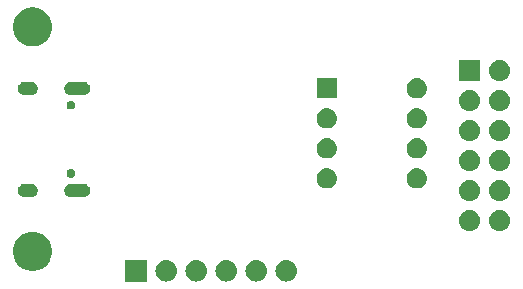
<source format=gbs>
G04 #@! TF.GenerationSoftware,KiCad,Pcbnew,(5.1.2)-1*
G04 #@! TF.CreationDate,2023-10-09T01:29:42+09:00*
G04 #@! TF.ProjectId,usc,7573632e-6b69-4636-9164-5f7063625858,v1.4*
G04 #@! TF.SameCoordinates,Original*
G04 #@! TF.FileFunction,Soldermask,Bot*
G04 #@! TF.FilePolarity,Negative*
%FSLAX46Y46*%
G04 Gerber Fmt 4.6, Leading zero omitted, Abs format (unit mm)*
G04 Created by KiCad (PCBNEW (5.1.2)-1) date 2023-10-09 01:29:42*
%MOMM*%
%LPD*%
G04 APERTURE LIST*
%ADD10C,0.100000*%
G04 APERTURE END LIST*
D10*
G36*
X174580442Y-122755518D02*
G01*
X174646627Y-122762037D01*
X174816466Y-122813557D01*
X174972991Y-122897222D01*
X175008729Y-122926552D01*
X175110186Y-123009814D01*
X175193448Y-123111271D01*
X175222778Y-123147009D01*
X175306443Y-123303534D01*
X175357963Y-123473373D01*
X175375359Y-123650000D01*
X175357963Y-123826627D01*
X175306443Y-123996466D01*
X175222778Y-124152991D01*
X175193448Y-124188729D01*
X175110186Y-124290186D01*
X175008729Y-124373448D01*
X174972991Y-124402778D01*
X174816466Y-124486443D01*
X174646627Y-124537963D01*
X174580443Y-124544481D01*
X174514260Y-124551000D01*
X174425740Y-124551000D01*
X174359557Y-124544481D01*
X174293373Y-124537963D01*
X174123534Y-124486443D01*
X173967009Y-124402778D01*
X173931271Y-124373448D01*
X173829814Y-124290186D01*
X173746552Y-124188729D01*
X173717222Y-124152991D01*
X173633557Y-123996466D01*
X173582037Y-123826627D01*
X173564641Y-123650000D01*
X173582037Y-123473373D01*
X173633557Y-123303534D01*
X173717222Y-123147009D01*
X173746552Y-123111271D01*
X173829814Y-123009814D01*
X173931271Y-122926552D01*
X173967009Y-122897222D01*
X174123534Y-122813557D01*
X174293373Y-122762037D01*
X174359558Y-122755518D01*
X174425740Y-122749000D01*
X174514260Y-122749000D01*
X174580442Y-122755518D01*
X174580442Y-122755518D01*
G37*
G36*
X172040442Y-122755518D02*
G01*
X172106627Y-122762037D01*
X172276466Y-122813557D01*
X172432991Y-122897222D01*
X172468729Y-122926552D01*
X172570186Y-123009814D01*
X172653448Y-123111271D01*
X172682778Y-123147009D01*
X172766443Y-123303534D01*
X172817963Y-123473373D01*
X172835359Y-123650000D01*
X172817963Y-123826627D01*
X172766443Y-123996466D01*
X172682778Y-124152991D01*
X172653448Y-124188729D01*
X172570186Y-124290186D01*
X172468729Y-124373448D01*
X172432991Y-124402778D01*
X172276466Y-124486443D01*
X172106627Y-124537963D01*
X172040443Y-124544481D01*
X171974260Y-124551000D01*
X171885740Y-124551000D01*
X171819557Y-124544481D01*
X171753373Y-124537963D01*
X171583534Y-124486443D01*
X171427009Y-124402778D01*
X171391271Y-124373448D01*
X171289814Y-124290186D01*
X171206552Y-124188729D01*
X171177222Y-124152991D01*
X171093557Y-123996466D01*
X171042037Y-123826627D01*
X171024641Y-123650000D01*
X171042037Y-123473373D01*
X171093557Y-123303534D01*
X171177222Y-123147009D01*
X171206552Y-123111271D01*
X171289814Y-123009814D01*
X171391271Y-122926552D01*
X171427009Y-122897222D01*
X171583534Y-122813557D01*
X171753373Y-122762037D01*
X171819558Y-122755518D01*
X171885740Y-122749000D01*
X171974260Y-122749000D01*
X172040442Y-122755518D01*
X172040442Y-122755518D01*
G37*
G36*
X162671000Y-124551000D02*
G01*
X160869000Y-124551000D01*
X160869000Y-122749000D01*
X162671000Y-122749000D01*
X162671000Y-124551000D01*
X162671000Y-124551000D01*
G37*
G36*
X164420442Y-122755518D02*
G01*
X164486627Y-122762037D01*
X164656466Y-122813557D01*
X164812991Y-122897222D01*
X164848729Y-122926552D01*
X164950186Y-123009814D01*
X165033448Y-123111271D01*
X165062778Y-123147009D01*
X165146443Y-123303534D01*
X165197963Y-123473373D01*
X165215359Y-123650000D01*
X165197963Y-123826627D01*
X165146443Y-123996466D01*
X165062778Y-124152991D01*
X165033448Y-124188729D01*
X164950186Y-124290186D01*
X164848729Y-124373448D01*
X164812991Y-124402778D01*
X164656466Y-124486443D01*
X164486627Y-124537963D01*
X164420443Y-124544481D01*
X164354260Y-124551000D01*
X164265740Y-124551000D01*
X164199557Y-124544481D01*
X164133373Y-124537963D01*
X163963534Y-124486443D01*
X163807009Y-124402778D01*
X163771271Y-124373448D01*
X163669814Y-124290186D01*
X163586552Y-124188729D01*
X163557222Y-124152991D01*
X163473557Y-123996466D01*
X163422037Y-123826627D01*
X163404641Y-123650000D01*
X163422037Y-123473373D01*
X163473557Y-123303534D01*
X163557222Y-123147009D01*
X163586552Y-123111271D01*
X163669814Y-123009814D01*
X163771271Y-122926552D01*
X163807009Y-122897222D01*
X163963534Y-122813557D01*
X164133373Y-122762037D01*
X164199558Y-122755518D01*
X164265740Y-122749000D01*
X164354260Y-122749000D01*
X164420442Y-122755518D01*
X164420442Y-122755518D01*
G37*
G36*
X166960442Y-122755518D02*
G01*
X167026627Y-122762037D01*
X167196466Y-122813557D01*
X167352991Y-122897222D01*
X167388729Y-122926552D01*
X167490186Y-123009814D01*
X167573448Y-123111271D01*
X167602778Y-123147009D01*
X167686443Y-123303534D01*
X167737963Y-123473373D01*
X167755359Y-123650000D01*
X167737963Y-123826627D01*
X167686443Y-123996466D01*
X167602778Y-124152991D01*
X167573448Y-124188729D01*
X167490186Y-124290186D01*
X167388729Y-124373448D01*
X167352991Y-124402778D01*
X167196466Y-124486443D01*
X167026627Y-124537963D01*
X166960443Y-124544481D01*
X166894260Y-124551000D01*
X166805740Y-124551000D01*
X166739557Y-124544481D01*
X166673373Y-124537963D01*
X166503534Y-124486443D01*
X166347009Y-124402778D01*
X166311271Y-124373448D01*
X166209814Y-124290186D01*
X166126552Y-124188729D01*
X166097222Y-124152991D01*
X166013557Y-123996466D01*
X165962037Y-123826627D01*
X165944641Y-123650000D01*
X165962037Y-123473373D01*
X166013557Y-123303534D01*
X166097222Y-123147009D01*
X166126552Y-123111271D01*
X166209814Y-123009814D01*
X166311271Y-122926552D01*
X166347009Y-122897222D01*
X166503534Y-122813557D01*
X166673373Y-122762037D01*
X166739558Y-122755518D01*
X166805740Y-122749000D01*
X166894260Y-122749000D01*
X166960442Y-122755518D01*
X166960442Y-122755518D01*
G37*
G36*
X169500442Y-122755518D02*
G01*
X169566627Y-122762037D01*
X169736466Y-122813557D01*
X169892991Y-122897222D01*
X169928729Y-122926552D01*
X170030186Y-123009814D01*
X170113448Y-123111271D01*
X170142778Y-123147009D01*
X170226443Y-123303534D01*
X170277963Y-123473373D01*
X170295359Y-123650000D01*
X170277963Y-123826627D01*
X170226443Y-123996466D01*
X170142778Y-124152991D01*
X170113448Y-124188729D01*
X170030186Y-124290186D01*
X169928729Y-124373448D01*
X169892991Y-124402778D01*
X169736466Y-124486443D01*
X169566627Y-124537963D01*
X169500443Y-124544481D01*
X169434260Y-124551000D01*
X169345740Y-124551000D01*
X169279557Y-124544481D01*
X169213373Y-124537963D01*
X169043534Y-124486443D01*
X168887009Y-124402778D01*
X168851271Y-124373448D01*
X168749814Y-124290186D01*
X168666552Y-124188729D01*
X168637222Y-124152991D01*
X168553557Y-123996466D01*
X168502037Y-123826627D01*
X168484641Y-123650000D01*
X168502037Y-123473373D01*
X168553557Y-123303534D01*
X168637222Y-123147009D01*
X168666552Y-123111271D01*
X168749814Y-123009814D01*
X168851271Y-122926552D01*
X168887009Y-122897222D01*
X169043534Y-122813557D01*
X169213373Y-122762037D01*
X169279558Y-122755518D01*
X169345740Y-122749000D01*
X169434260Y-122749000D01*
X169500442Y-122755518D01*
X169500442Y-122755518D01*
G37*
G36*
X153375256Y-120391298D02*
G01*
X153481579Y-120412447D01*
X153782042Y-120536903D01*
X154052451Y-120717585D01*
X154282415Y-120947549D01*
X154282416Y-120947551D01*
X154463098Y-121217960D01*
X154587553Y-121518422D01*
X154651000Y-121837389D01*
X154651000Y-122162611D01*
X154587553Y-122481578D01*
X154476784Y-122749000D01*
X154463097Y-122782042D01*
X154282415Y-123052451D01*
X154052451Y-123282415D01*
X153782042Y-123463097D01*
X153481579Y-123587553D01*
X153375256Y-123608702D01*
X153162611Y-123651000D01*
X152837389Y-123651000D01*
X152624744Y-123608702D01*
X152518421Y-123587553D01*
X152217958Y-123463097D01*
X151947549Y-123282415D01*
X151717585Y-123052451D01*
X151536903Y-122782042D01*
X151523217Y-122749000D01*
X151412447Y-122481578D01*
X151349000Y-122162611D01*
X151349000Y-121837389D01*
X151412447Y-121518422D01*
X151536902Y-121217960D01*
X151717584Y-120947551D01*
X151717585Y-120947549D01*
X151947549Y-120717585D01*
X152217958Y-120536903D01*
X152518421Y-120412447D01*
X152624744Y-120391298D01*
X152837389Y-120349000D01*
X153162611Y-120349000D01*
X153375256Y-120391298D01*
X153375256Y-120391298D01*
G37*
G36*
X190110442Y-118485518D02*
G01*
X190176627Y-118492037D01*
X190346466Y-118543557D01*
X190502991Y-118627222D01*
X190538729Y-118656552D01*
X190640186Y-118739814D01*
X190723448Y-118841271D01*
X190752778Y-118877009D01*
X190836443Y-119033534D01*
X190887963Y-119203373D01*
X190905359Y-119380000D01*
X190887963Y-119556627D01*
X190836443Y-119726466D01*
X190752778Y-119882991D01*
X190723448Y-119918729D01*
X190640186Y-120020186D01*
X190538729Y-120103448D01*
X190502991Y-120132778D01*
X190346466Y-120216443D01*
X190176627Y-120267963D01*
X190110442Y-120274482D01*
X190044260Y-120281000D01*
X189955740Y-120281000D01*
X189889558Y-120274482D01*
X189823373Y-120267963D01*
X189653534Y-120216443D01*
X189497009Y-120132778D01*
X189461271Y-120103448D01*
X189359814Y-120020186D01*
X189276552Y-119918729D01*
X189247222Y-119882991D01*
X189163557Y-119726466D01*
X189112037Y-119556627D01*
X189094641Y-119380000D01*
X189112037Y-119203373D01*
X189163557Y-119033534D01*
X189247222Y-118877009D01*
X189276552Y-118841271D01*
X189359814Y-118739814D01*
X189461271Y-118656552D01*
X189497009Y-118627222D01*
X189653534Y-118543557D01*
X189823373Y-118492037D01*
X189889558Y-118485518D01*
X189955740Y-118479000D01*
X190044260Y-118479000D01*
X190110442Y-118485518D01*
X190110442Y-118485518D01*
G37*
G36*
X192650442Y-118485518D02*
G01*
X192716627Y-118492037D01*
X192886466Y-118543557D01*
X193042991Y-118627222D01*
X193078729Y-118656552D01*
X193180186Y-118739814D01*
X193263448Y-118841271D01*
X193292778Y-118877009D01*
X193376443Y-119033534D01*
X193427963Y-119203373D01*
X193445359Y-119380000D01*
X193427963Y-119556627D01*
X193376443Y-119726466D01*
X193292778Y-119882991D01*
X193263448Y-119918729D01*
X193180186Y-120020186D01*
X193078729Y-120103448D01*
X193042991Y-120132778D01*
X192886466Y-120216443D01*
X192716627Y-120267963D01*
X192650442Y-120274482D01*
X192584260Y-120281000D01*
X192495740Y-120281000D01*
X192429558Y-120274482D01*
X192363373Y-120267963D01*
X192193534Y-120216443D01*
X192037009Y-120132778D01*
X192001271Y-120103448D01*
X191899814Y-120020186D01*
X191816552Y-119918729D01*
X191787222Y-119882991D01*
X191703557Y-119726466D01*
X191652037Y-119556627D01*
X191634641Y-119380000D01*
X191652037Y-119203373D01*
X191703557Y-119033534D01*
X191787222Y-118877009D01*
X191816552Y-118841271D01*
X191899814Y-118739814D01*
X192001271Y-118656552D01*
X192037009Y-118627222D01*
X192193534Y-118543557D01*
X192363373Y-118492037D01*
X192429558Y-118485518D01*
X192495740Y-118479000D01*
X192584260Y-118479000D01*
X192650442Y-118485518D01*
X192650442Y-118485518D01*
G37*
G36*
X192650442Y-115945518D02*
G01*
X192716627Y-115952037D01*
X192886466Y-116003557D01*
X193042991Y-116087222D01*
X193078729Y-116116552D01*
X193180186Y-116199814D01*
X193258364Y-116295076D01*
X193292778Y-116337009D01*
X193376443Y-116493534D01*
X193427963Y-116663373D01*
X193445359Y-116840000D01*
X193427963Y-117016627D01*
X193376443Y-117186466D01*
X193292778Y-117342991D01*
X193269791Y-117371000D01*
X193180186Y-117480186D01*
X193078729Y-117563448D01*
X193042991Y-117592778D01*
X192886466Y-117676443D01*
X192716627Y-117727963D01*
X192650442Y-117734482D01*
X192584260Y-117741000D01*
X192495740Y-117741000D01*
X192429558Y-117734482D01*
X192363373Y-117727963D01*
X192193534Y-117676443D01*
X192037009Y-117592778D01*
X192001271Y-117563448D01*
X191899814Y-117480186D01*
X191810209Y-117371000D01*
X191787222Y-117342991D01*
X191703557Y-117186466D01*
X191652037Y-117016627D01*
X191634641Y-116840000D01*
X191652037Y-116663373D01*
X191703557Y-116493534D01*
X191787222Y-116337009D01*
X191821636Y-116295076D01*
X191899814Y-116199814D01*
X192001271Y-116116552D01*
X192037009Y-116087222D01*
X192193534Y-116003557D01*
X192363373Y-115952037D01*
X192429558Y-115945518D01*
X192495740Y-115939000D01*
X192584260Y-115939000D01*
X192650442Y-115945518D01*
X192650442Y-115945518D01*
G37*
G36*
X190110442Y-115945518D02*
G01*
X190176627Y-115952037D01*
X190346466Y-116003557D01*
X190502991Y-116087222D01*
X190538729Y-116116552D01*
X190640186Y-116199814D01*
X190718364Y-116295076D01*
X190752778Y-116337009D01*
X190836443Y-116493534D01*
X190887963Y-116663373D01*
X190905359Y-116840000D01*
X190887963Y-117016627D01*
X190836443Y-117186466D01*
X190752778Y-117342991D01*
X190729791Y-117371000D01*
X190640186Y-117480186D01*
X190538729Y-117563448D01*
X190502991Y-117592778D01*
X190346466Y-117676443D01*
X190176627Y-117727963D01*
X190110442Y-117734482D01*
X190044260Y-117741000D01*
X189955740Y-117741000D01*
X189889558Y-117734482D01*
X189823373Y-117727963D01*
X189653534Y-117676443D01*
X189497009Y-117592778D01*
X189461271Y-117563448D01*
X189359814Y-117480186D01*
X189270209Y-117371000D01*
X189247222Y-117342991D01*
X189163557Y-117186466D01*
X189112037Y-117016627D01*
X189094641Y-116840000D01*
X189112037Y-116663373D01*
X189163557Y-116493534D01*
X189247222Y-116337009D01*
X189281636Y-116295076D01*
X189359814Y-116199814D01*
X189461271Y-116116552D01*
X189497009Y-116087222D01*
X189653534Y-116003557D01*
X189823373Y-115952037D01*
X189889558Y-115945518D01*
X189955740Y-115939000D01*
X190044260Y-115939000D01*
X190110442Y-115945518D01*
X190110442Y-115945518D01*
G37*
G36*
X157438015Y-116276973D02*
G01*
X157541879Y-116308479D01*
X157569055Y-116323005D01*
X157637600Y-116359643D01*
X157721501Y-116428499D01*
X157790357Y-116512400D01*
X157826995Y-116580945D01*
X157841521Y-116608121D01*
X157873027Y-116711985D01*
X157883666Y-116820000D01*
X157873027Y-116928015D01*
X157841521Y-117031879D01*
X157841519Y-117031882D01*
X157790357Y-117127600D01*
X157721501Y-117211501D01*
X157637600Y-117280357D01*
X157569055Y-117316995D01*
X157541879Y-117331521D01*
X157438015Y-117363027D01*
X157357067Y-117371000D01*
X156202933Y-117371000D01*
X156121985Y-117363027D01*
X156018121Y-117331521D01*
X155990945Y-117316995D01*
X155922400Y-117280357D01*
X155838499Y-117211501D01*
X155769643Y-117127600D01*
X155718481Y-117031882D01*
X155718479Y-117031879D01*
X155686973Y-116928015D01*
X155676334Y-116820000D01*
X155686973Y-116711985D01*
X155718479Y-116608121D01*
X155733005Y-116580945D01*
X155769643Y-116512400D01*
X155838499Y-116428499D01*
X155922400Y-116359643D01*
X155990945Y-116323005D01*
X156018121Y-116308479D01*
X156121985Y-116276973D01*
X156202933Y-116269000D01*
X157357067Y-116269000D01*
X157438015Y-116276973D01*
X157438015Y-116276973D01*
G37*
G36*
X153008015Y-116276973D02*
G01*
X153111879Y-116308479D01*
X153139055Y-116323005D01*
X153207600Y-116359643D01*
X153291501Y-116428499D01*
X153360357Y-116512400D01*
X153396995Y-116580945D01*
X153411521Y-116608121D01*
X153443027Y-116711985D01*
X153453666Y-116820000D01*
X153443027Y-116928015D01*
X153411521Y-117031879D01*
X153411519Y-117031882D01*
X153360357Y-117127600D01*
X153291501Y-117211501D01*
X153207600Y-117280357D01*
X153139055Y-117316995D01*
X153111879Y-117331521D01*
X153008015Y-117363027D01*
X152927067Y-117371000D01*
X152272933Y-117371000D01*
X152191985Y-117363027D01*
X152088121Y-117331521D01*
X152060945Y-117316995D01*
X151992400Y-117280357D01*
X151908499Y-117211501D01*
X151839643Y-117127600D01*
X151788481Y-117031882D01*
X151788479Y-117031879D01*
X151756973Y-116928015D01*
X151746334Y-116820000D01*
X151756973Y-116711985D01*
X151788479Y-116608121D01*
X151803005Y-116580945D01*
X151839643Y-116512400D01*
X151908499Y-116428499D01*
X151992400Y-116359643D01*
X152060945Y-116323005D01*
X152088121Y-116308479D01*
X152191985Y-116276973D01*
X152272933Y-116269000D01*
X152927067Y-116269000D01*
X153008015Y-116276973D01*
X153008015Y-116276973D01*
G37*
G36*
X185686823Y-114981313D02*
G01*
X185817380Y-115020917D01*
X185842212Y-115028450D01*
X185847242Y-115029976D01*
X185974397Y-115097942D01*
X185995078Y-115108996D01*
X186124659Y-115215341D01*
X186231004Y-115344922D01*
X186231005Y-115344924D01*
X186310024Y-115492758D01*
X186358687Y-115653177D01*
X186375117Y-115820000D01*
X186358687Y-115986823D01*
X186310024Y-116147242D01*
X186281923Y-116199815D01*
X186231004Y-116295078D01*
X186124659Y-116424659D01*
X185995078Y-116531004D01*
X185995076Y-116531005D01*
X185847242Y-116610024D01*
X185686823Y-116658687D01*
X185561804Y-116671000D01*
X185478196Y-116671000D01*
X185353177Y-116658687D01*
X185192758Y-116610024D01*
X185044924Y-116531005D01*
X185044922Y-116531004D01*
X184915341Y-116424659D01*
X184808996Y-116295078D01*
X184758077Y-116199815D01*
X184729976Y-116147242D01*
X184681313Y-115986823D01*
X184664883Y-115820000D01*
X184681313Y-115653177D01*
X184729976Y-115492758D01*
X184808995Y-115344924D01*
X184808996Y-115344922D01*
X184915341Y-115215341D01*
X185044922Y-115108996D01*
X185065603Y-115097942D01*
X185192758Y-115029976D01*
X185197789Y-115028450D01*
X185222620Y-115020917D01*
X185353177Y-114981313D01*
X185478196Y-114969000D01*
X185561804Y-114969000D01*
X185686823Y-114981313D01*
X185686823Y-114981313D01*
G37*
G36*
X178066823Y-114981313D02*
G01*
X178197380Y-115020917D01*
X178222212Y-115028450D01*
X178227242Y-115029976D01*
X178354397Y-115097942D01*
X178375078Y-115108996D01*
X178504659Y-115215341D01*
X178611004Y-115344922D01*
X178611005Y-115344924D01*
X178690024Y-115492758D01*
X178738687Y-115653177D01*
X178755117Y-115820000D01*
X178738687Y-115986823D01*
X178690024Y-116147242D01*
X178661923Y-116199815D01*
X178611004Y-116295078D01*
X178504659Y-116424659D01*
X178375078Y-116531004D01*
X178375076Y-116531005D01*
X178227242Y-116610024D01*
X178066823Y-116658687D01*
X177941804Y-116671000D01*
X177858196Y-116671000D01*
X177733177Y-116658687D01*
X177572758Y-116610024D01*
X177424924Y-116531005D01*
X177424922Y-116531004D01*
X177295341Y-116424659D01*
X177188996Y-116295078D01*
X177138077Y-116199815D01*
X177109976Y-116147242D01*
X177061313Y-115986823D01*
X177044883Y-115820000D01*
X177061313Y-115653177D01*
X177109976Y-115492758D01*
X177188995Y-115344924D01*
X177188996Y-115344922D01*
X177295341Y-115215341D01*
X177424922Y-115108996D01*
X177445603Y-115097942D01*
X177572758Y-115029976D01*
X177577789Y-115028450D01*
X177602620Y-115020917D01*
X177733177Y-114981313D01*
X177858196Y-114969000D01*
X177941804Y-114969000D01*
X178066823Y-114981313D01*
X178066823Y-114981313D01*
G37*
G36*
X156359672Y-115028449D02*
G01*
X156359674Y-115028450D01*
X156359675Y-115028450D01*
X156428103Y-115056793D01*
X156489686Y-115097942D01*
X156542058Y-115150314D01*
X156583207Y-115211897D01*
X156611550Y-115280325D01*
X156611551Y-115280328D01*
X156626000Y-115352966D01*
X156626000Y-115427034D01*
X156612926Y-115492761D01*
X156611550Y-115499675D01*
X156583207Y-115568103D01*
X156542058Y-115629686D01*
X156489686Y-115682058D01*
X156428103Y-115723207D01*
X156359675Y-115751550D01*
X156359674Y-115751550D01*
X156359672Y-115751551D01*
X156287034Y-115766000D01*
X156212966Y-115766000D01*
X156140328Y-115751551D01*
X156140326Y-115751550D01*
X156140325Y-115751550D01*
X156071897Y-115723207D01*
X156010314Y-115682058D01*
X155957942Y-115629686D01*
X155916793Y-115568103D01*
X155888450Y-115499675D01*
X155887075Y-115492761D01*
X155874000Y-115427034D01*
X155874000Y-115352966D01*
X155888449Y-115280328D01*
X155888450Y-115280325D01*
X155916793Y-115211897D01*
X155957942Y-115150314D01*
X156010314Y-115097942D01*
X156071897Y-115056793D01*
X156140325Y-115028450D01*
X156140326Y-115028450D01*
X156140328Y-115028449D01*
X156212966Y-115014000D01*
X156287034Y-115014000D01*
X156359672Y-115028449D01*
X156359672Y-115028449D01*
G37*
G36*
X192650443Y-113405519D02*
G01*
X192716627Y-113412037D01*
X192886466Y-113463557D01*
X193042991Y-113547222D01*
X193078729Y-113576552D01*
X193180186Y-113659814D01*
X193258364Y-113755076D01*
X193292778Y-113797009D01*
X193376443Y-113953534D01*
X193427963Y-114123373D01*
X193445359Y-114300000D01*
X193427963Y-114476627D01*
X193376443Y-114646466D01*
X193292778Y-114802991D01*
X193263448Y-114838729D01*
X193180186Y-114940186D01*
X193090242Y-115014000D01*
X193042991Y-115052778D01*
X192886466Y-115136443D01*
X192716627Y-115187963D01*
X192650442Y-115194482D01*
X192584260Y-115201000D01*
X192495740Y-115201000D01*
X192429558Y-115194482D01*
X192363373Y-115187963D01*
X192193534Y-115136443D01*
X192037009Y-115052778D01*
X191989758Y-115014000D01*
X191899814Y-114940186D01*
X191816552Y-114838729D01*
X191787222Y-114802991D01*
X191703557Y-114646466D01*
X191652037Y-114476627D01*
X191634641Y-114300000D01*
X191652037Y-114123373D01*
X191703557Y-113953534D01*
X191787222Y-113797009D01*
X191821636Y-113755076D01*
X191899814Y-113659814D01*
X192001271Y-113576552D01*
X192037009Y-113547222D01*
X192193534Y-113463557D01*
X192363373Y-113412037D01*
X192429557Y-113405519D01*
X192495740Y-113399000D01*
X192584260Y-113399000D01*
X192650443Y-113405519D01*
X192650443Y-113405519D01*
G37*
G36*
X190110443Y-113405519D02*
G01*
X190176627Y-113412037D01*
X190346466Y-113463557D01*
X190502991Y-113547222D01*
X190538729Y-113576552D01*
X190640186Y-113659814D01*
X190718364Y-113755076D01*
X190752778Y-113797009D01*
X190836443Y-113953534D01*
X190887963Y-114123373D01*
X190905359Y-114300000D01*
X190887963Y-114476627D01*
X190836443Y-114646466D01*
X190752778Y-114802991D01*
X190723448Y-114838729D01*
X190640186Y-114940186D01*
X190550242Y-115014000D01*
X190502991Y-115052778D01*
X190346466Y-115136443D01*
X190176627Y-115187963D01*
X190110442Y-115194482D01*
X190044260Y-115201000D01*
X189955740Y-115201000D01*
X189889558Y-115194482D01*
X189823373Y-115187963D01*
X189653534Y-115136443D01*
X189497009Y-115052778D01*
X189449758Y-115014000D01*
X189359814Y-114940186D01*
X189276552Y-114838729D01*
X189247222Y-114802991D01*
X189163557Y-114646466D01*
X189112037Y-114476627D01*
X189094641Y-114300000D01*
X189112037Y-114123373D01*
X189163557Y-113953534D01*
X189247222Y-113797009D01*
X189281636Y-113755076D01*
X189359814Y-113659814D01*
X189461271Y-113576552D01*
X189497009Y-113547222D01*
X189653534Y-113463557D01*
X189823373Y-113412037D01*
X189889557Y-113405519D01*
X189955740Y-113399000D01*
X190044260Y-113399000D01*
X190110443Y-113405519D01*
X190110443Y-113405519D01*
G37*
G36*
X178066823Y-112441313D02*
G01*
X178227242Y-112489976D01*
X178269901Y-112512778D01*
X178375078Y-112568996D01*
X178504659Y-112675341D01*
X178611004Y-112804922D01*
X178611005Y-112804924D01*
X178690024Y-112952758D01*
X178738687Y-113113177D01*
X178755117Y-113280000D01*
X178738687Y-113446823D01*
X178690024Y-113607242D01*
X178661923Y-113659815D01*
X178611004Y-113755078D01*
X178504659Y-113884659D01*
X178375078Y-113991004D01*
X178375076Y-113991005D01*
X178227242Y-114070024D01*
X178066823Y-114118687D01*
X177941804Y-114131000D01*
X177858196Y-114131000D01*
X177733177Y-114118687D01*
X177572758Y-114070024D01*
X177424924Y-113991005D01*
X177424922Y-113991004D01*
X177295341Y-113884659D01*
X177188996Y-113755078D01*
X177138077Y-113659815D01*
X177109976Y-113607242D01*
X177061313Y-113446823D01*
X177044883Y-113280000D01*
X177061313Y-113113177D01*
X177109976Y-112952758D01*
X177188995Y-112804924D01*
X177188996Y-112804922D01*
X177295341Y-112675341D01*
X177424922Y-112568996D01*
X177530099Y-112512778D01*
X177572758Y-112489976D01*
X177733177Y-112441313D01*
X177858196Y-112429000D01*
X177941804Y-112429000D01*
X178066823Y-112441313D01*
X178066823Y-112441313D01*
G37*
G36*
X185686823Y-112441313D02*
G01*
X185847242Y-112489976D01*
X185889901Y-112512778D01*
X185995078Y-112568996D01*
X186124659Y-112675341D01*
X186231004Y-112804922D01*
X186231005Y-112804924D01*
X186310024Y-112952758D01*
X186358687Y-113113177D01*
X186375117Y-113280000D01*
X186358687Y-113446823D01*
X186310024Y-113607242D01*
X186281923Y-113659815D01*
X186231004Y-113755078D01*
X186124659Y-113884659D01*
X185995078Y-113991004D01*
X185995076Y-113991005D01*
X185847242Y-114070024D01*
X185686823Y-114118687D01*
X185561804Y-114131000D01*
X185478196Y-114131000D01*
X185353177Y-114118687D01*
X185192758Y-114070024D01*
X185044924Y-113991005D01*
X185044922Y-113991004D01*
X184915341Y-113884659D01*
X184808996Y-113755078D01*
X184758077Y-113659815D01*
X184729976Y-113607242D01*
X184681313Y-113446823D01*
X184664883Y-113280000D01*
X184681313Y-113113177D01*
X184729976Y-112952758D01*
X184808995Y-112804924D01*
X184808996Y-112804922D01*
X184915341Y-112675341D01*
X185044922Y-112568996D01*
X185150099Y-112512778D01*
X185192758Y-112489976D01*
X185353177Y-112441313D01*
X185478196Y-112429000D01*
X185561804Y-112429000D01*
X185686823Y-112441313D01*
X185686823Y-112441313D01*
G37*
G36*
X190110442Y-110865518D02*
G01*
X190176627Y-110872037D01*
X190346466Y-110923557D01*
X190502991Y-111007222D01*
X190538729Y-111036552D01*
X190640186Y-111119814D01*
X190718364Y-111215076D01*
X190752778Y-111257009D01*
X190836443Y-111413534D01*
X190887963Y-111583373D01*
X190905359Y-111760000D01*
X190887963Y-111936627D01*
X190836443Y-112106466D01*
X190752778Y-112262991D01*
X190723448Y-112298729D01*
X190640186Y-112400186D01*
X190538729Y-112483448D01*
X190502991Y-112512778D01*
X190346466Y-112596443D01*
X190176627Y-112647963D01*
X190110442Y-112654482D01*
X190044260Y-112661000D01*
X189955740Y-112661000D01*
X189889558Y-112654482D01*
X189823373Y-112647963D01*
X189653534Y-112596443D01*
X189497009Y-112512778D01*
X189461271Y-112483448D01*
X189359814Y-112400186D01*
X189276552Y-112298729D01*
X189247222Y-112262991D01*
X189163557Y-112106466D01*
X189112037Y-111936627D01*
X189094641Y-111760000D01*
X189112037Y-111583373D01*
X189163557Y-111413534D01*
X189247222Y-111257009D01*
X189281636Y-111215076D01*
X189359814Y-111119814D01*
X189461271Y-111036552D01*
X189497009Y-111007222D01*
X189653534Y-110923557D01*
X189823373Y-110872037D01*
X189889558Y-110865518D01*
X189955740Y-110859000D01*
X190044260Y-110859000D01*
X190110442Y-110865518D01*
X190110442Y-110865518D01*
G37*
G36*
X192650442Y-110865518D02*
G01*
X192716627Y-110872037D01*
X192886466Y-110923557D01*
X193042991Y-111007222D01*
X193078729Y-111036552D01*
X193180186Y-111119814D01*
X193258364Y-111215076D01*
X193292778Y-111257009D01*
X193376443Y-111413534D01*
X193427963Y-111583373D01*
X193445359Y-111760000D01*
X193427963Y-111936627D01*
X193376443Y-112106466D01*
X193292778Y-112262991D01*
X193263448Y-112298729D01*
X193180186Y-112400186D01*
X193078729Y-112483448D01*
X193042991Y-112512778D01*
X192886466Y-112596443D01*
X192716627Y-112647963D01*
X192650442Y-112654482D01*
X192584260Y-112661000D01*
X192495740Y-112661000D01*
X192429558Y-112654482D01*
X192363373Y-112647963D01*
X192193534Y-112596443D01*
X192037009Y-112512778D01*
X192001271Y-112483448D01*
X191899814Y-112400186D01*
X191816552Y-112298729D01*
X191787222Y-112262991D01*
X191703557Y-112106466D01*
X191652037Y-111936627D01*
X191634641Y-111760000D01*
X191652037Y-111583373D01*
X191703557Y-111413534D01*
X191787222Y-111257009D01*
X191821636Y-111215076D01*
X191899814Y-111119814D01*
X192001271Y-111036552D01*
X192037009Y-111007222D01*
X192193534Y-110923557D01*
X192363373Y-110872037D01*
X192429558Y-110865518D01*
X192495740Y-110859000D01*
X192584260Y-110859000D01*
X192650442Y-110865518D01*
X192650442Y-110865518D01*
G37*
G36*
X178066823Y-109901313D02*
G01*
X178197380Y-109940917D01*
X178204925Y-109943206D01*
X178227242Y-109949976D01*
X178269901Y-109972778D01*
X178375078Y-110028996D01*
X178504659Y-110135341D01*
X178611004Y-110264922D01*
X178611005Y-110264924D01*
X178690024Y-110412758D01*
X178738687Y-110573177D01*
X178755117Y-110740000D01*
X178738687Y-110906823D01*
X178690024Y-111067242D01*
X178661923Y-111119815D01*
X178611004Y-111215078D01*
X178504659Y-111344659D01*
X178375078Y-111451004D01*
X178375076Y-111451005D01*
X178227242Y-111530024D01*
X178066823Y-111578687D01*
X177941804Y-111591000D01*
X177858196Y-111591000D01*
X177733177Y-111578687D01*
X177572758Y-111530024D01*
X177424924Y-111451005D01*
X177424922Y-111451004D01*
X177295341Y-111344659D01*
X177188996Y-111215078D01*
X177138077Y-111119815D01*
X177109976Y-111067242D01*
X177061313Y-110906823D01*
X177044883Y-110740000D01*
X177061313Y-110573177D01*
X177109976Y-110412758D01*
X177188995Y-110264924D01*
X177188996Y-110264922D01*
X177295341Y-110135341D01*
X177424922Y-110028996D01*
X177530099Y-109972778D01*
X177572758Y-109949976D01*
X177595076Y-109943206D01*
X177602620Y-109940917D01*
X177733177Y-109901313D01*
X177858196Y-109889000D01*
X177941804Y-109889000D01*
X178066823Y-109901313D01*
X178066823Y-109901313D01*
G37*
G36*
X185686823Y-109901313D02*
G01*
X185817380Y-109940917D01*
X185824925Y-109943206D01*
X185847242Y-109949976D01*
X185889901Y-109972778D01*
X185995078Y-110028996D01*
X186124659Y-110135341D01*
X186231004Y-110264922D01*
X186231005Y-110264924D01*
X186310024Y-110412758D01*
X186358687Y-110573177D01*
X186375117Y-110740000D01*
X186358687Y-110906823D01*
X186310024Y-111067242D01*
X186281923Y-111119815D01*
X186231004Y-111215078D01*
X186124659Y-111344659D01*
X185995078Y-111451004D01*
X185995076Y-111451005D01*
X185847242Y-111530024D01*
X185686823Y-111578687D01*
X185561804Y-111591000D01*
X185478196Y-111591000D01*
X185353177Y-111578687D01*
X185192758Y-111530024D01*
X185044924Y-111451005D01*
X185044922Y-111451004D01*
X184915341Y-111344659D01*
X184808996Y-111215078D01*
X184758077Y-111119815D01*
X184729976Y-111067242D01*
X184681313Y-110906823D01*
X184664883Y-110740000D01*
X184681313Y-110573177D01*
X184729976Y-110412758D01*
X184808995Y-110264924D01*
X184808996Y-110264922D01*
X184915341Y-110135341D01*
X185044922Y-110028996D01*
X185150099Y-109972778D01*
X185192758Y-109949976D01*
X185215076Y-109943206D01*
X185222620Y-109940917D01*
X185353177Y-109901313D01*
X185478196Y-109889000D01*
X185561804Y-109889000D01*
X185686823Y-109901313D01*
X185686823Y-109901313D01*
G37*
G36*
X192650443Y-108325519D02*
G01*
X192716627Y-108332037D01*
X192886466Y-108383557D01*
X193042991Y-108467222D01*
X193067821Y-108487600D01*
X193180186Y-108579814D01*
X193258364Y-108675076D01*
X193292778Y-108717009D01*
X193376443Y-108873534D01*
X193427963Y-109043373D01*
X193445359Y-109220000D01*
X193427963Y-109396627D01*
X193376443Y-109566466D01*
X193292778Y-109722991D01*
X193263448Y-109758729D01*
X193180186Y-109860186D01*
X193079024Y-109943206D01*
X193042991Y-109972778D01*
X192886466Y-110056443D01*
X192716627Y-110107963D01*
X192650443Y-110114481D01*
X192584260Y-110121000D01*
X192495740Y-110121000D01*
X192429557Y-110114481D01*
X192363373Y-110107963D01*
X192193534Y-110056443D01*
X192037009Y-109972778D01*
X192000976Y-109943206D01*
X191899814Y-109860186D01*
X191816552Y-109758729D01*
X191787222Y-109722991D01*
X191703557Y-109566466D01*
X191652037Y-109396627D01*
X191634641Y-109220000D01*
X191652037Y-109043373D01*
X191703557Y-108873534D01*
X191787222Y-108717009D01*
X191821636Y-108675076D01*
X191899814Y-108579814D01*
X192012179Y-108487600D01*
X192037009Y-108467222D01*
X192193534Y-108383557D01*
X192363373Y-108332037D01*
X192429557Y-108325519D01*
X192495740Y-108319000D01*
X192584260Y-108319000D01*
X192650443Y-108325519D01*
X192650443Y-108325519D01*
G37*
G36*
X190110443Y-108325519D02*
G01*
X190176627Y-108332037D01*
X190346466Y-108383557D01*
X190502991Y-108467222D01*
X190527821Y-108487600D01*
X190640186Y-108579814D01*
X190718364Y-108675076D01*
X190752778Y-108717009D01*
X190836443Y-108873534D01*
X190887963Y-109043373D01*
X190905359Y-109220000D01*
X190887963Y-109396627D01*
X190836443Y-109566466D01*
X190752778Y-109722991D01*
X190723448Y-109758729D01*
X190640186Y-109860186D01*
X190539024Y-109943206D01*
X190502991Y-109972778D01*
X190346466Y-110056443D01*
X190176627Y-110107963D01*
X190110443Y-110114481D01*
X190044260Y-110121000D01*
X189955740Y-110121000D01*
X189889557Y-110114481D01*
X189823373Y-110107963D01*
X189653534Y-110056443D01*
X189497009Y-109972778D01*
X189460976Y-109943206D01*
X189359814Y-109860186D01*
X189276552Y-109758729D01*
X189247222Y-109722991D01*
X189163557Y-109566466D01*
X189112037Y-109396627D01*
X189094641Y-109220000D01*
X189112037Y-109043373D01*
X189163557Y-108873534D01*
X189247222Y-108717009D01*
X189281636Y-108675076D01*
X189359814Y-108579814D01*
X189472179Y-108487600D01*
X189497009Y-108467222D01*
X189653534Y-108383557D01*
X189823373Y-108332037D01*
X189889557Y-108325519D01*
X189955740Y-108319000D01*
X190044260Y-108319000D01*
X190110443Y-108325519D01*
X190110443Y-108325519D01*
G37*
G36*
X156359672Y-109248449D02*
G01*
X156359674Y-109248450D01*
X156359675Y-109248450D01*
X156428103Y-109276793D01*
X156489686Y-109317942D01*
X156542058Y-109370314D01*
X156583207Y-109431897D01*
X156611550Y-109500325D01*
X156626000Y-109572967D01*
X156626000Y-109647033D01*
X156611550Y-109719675D01*
X156583207Y-109788103D01*
X156542058Y-109849686D01*
X156489686Y-109902058D01*
X156428103Y-109943207D01*
X156359675Y-109971550D01*
X156359674Y-109971550D01*
X156359672Y-109971551D01*
X156287034Y-109986000D01*
X156212966Y-109986000D01*
X156140328Y-109971551D01*
X156140326Y-109971550D01*
X156140325Y-109971550D01*
X156071897Y-109943207D01*
X156010314Y-109902058D01*
X155957942Y-109849686D01*
X155916793Y-109788103D01*
X155888450Y-109719675D01*
X155874000Y-109647033D01*
X155874000Y-109572967D01*
X155888450Y-109500325D01*
X155916793Y-109431897D01*
X155957942Y-109370314D01*
X156010314Y-109317942D01*
X156071897Y-109276793D01*
X156140325Y-109248450D01*
X156140326Y-109248450D01*
X156140328Y-109248449D01*
X156212966Y-109234000D01*
X156287034Y-109234000D01*
X156359672Y-109248449D01*
X156359672Y-109248449D01*
G37*
G36*
X178751000Y-109051000D02*
G01*
X177049000Y-109051000D01*
X177049000Y-107349000D01*
X178751000Y-107349000D01*
X178751000Y-109051000D01*
X178751000Y-109051000D01*
G37*
G36*
X185686823Y-107361313D02*
G01*
X185847242Y-107409976D01*
X185889901Y-107432778D01*
X185995078Y-107488996D01*
X186124659Y-107595341D01*
X186231004Y-107724922D01*
X186231005Y-107724924D01*
X186310024Y-107872758D01*
X186358687Y-108033177D01*
X186375117Y-108200000D01*
X186358687Y-108366823D01*
X186310024Y-108527242D01*
X186281923Y-108579815D01*
X186231004Y-108675078D01*
X186124659Y-108804659D01*
X185995078Y-108911004D01*
X185995076Y-108911005D01*
X185847242Y-108990024D01*
X185686823Y-109038687D01*
X185561804Y-109051000D01*
X185478196Y-109051000D01*
X185353177Y-109038687D01*
X185192758Y-108990024D01*
X185044924Y-108911005D01*
X185044922Y-108911004D01*
X184915341Y-108804659D01*
X184808996Y-108675078D01*
X184758077Y-108579815D01*
X184729976Y-108527242D01*
X184681313Y-108366823D01*
X184664883Y-108200000D01*
X184681313Y-108033177D01*
X184729976Y-107872758D01*
X184808995Y-107724924D01*
X184808996Y-107724922D01*
X184915341Y-107595341D01*
X185044922Y-107488996D01*
X185150099Y-107432778D01*
X185192758Y-107409976D01*
X185353177Y-107361313D01*
X185478196Y-107349000D01*
X185561804Y-107349000D01*
X185686823Y-107361313D01*
X185686823Y-107361313D01*
G37*
G36*
X157438015Y-107636973D02*
G01*
X157541879Y-107668479D01*
X157569055Y-107683005D01*
X157637600Y-107719643D01*
X157721501Y-107788499D01*
X157790357Y-107872400D01*
X157826995Y-107940945D01*
X157841521Y-107968121D01*
X157873027Y-108071985D01*
X157883666Y-108180000D01*
X157873027Y-108288015D01*
X157841521Y-108391879D01*
X157841519Y-108391882D01*
X157790357Y-108487600D01*
X157721501Y-108571501D01*
X157637600Y-108640357D01*
X157572645Y-108675076D01*
X157541879Y-108691521D01*
X157438015Y-108723027D01*
X157357067Y-108731000D01*
X156202933Y-108731000D01*
X156121985Y-108723027D01*
X156018121Y-108691521D01*
X155987355Y-108675076D01*
X155922400Y-108640357D01*
X155838499Y-108571501D01*
X155769643Y-108487600D01*
X155718481Y-108391882D01*
X155718479Y-108391879D01*
X155686973Y-108288015D01*
X155676334Y-108180000D01*
X155686973Y-108071985D01*
X155718479Y-107968121D01*
X155733005Y-107940945D01*
X155769643Y-107872400D01*
X155838499Y-107788499D01*
X155922400Y-107719643D01*
X155990945Y-107683005D01*
X156018121Y-107668479D01*
X156121985Y-107636973D01*
X156202933Y-107629000D01*
X157357067Y-107629000D01*
X157438015Y-107636973D01*
X157438015Y-107636973D01*
G37*
G36*
X153008015Y-107636973D02*
G01*
X153111879Y-107668479D01*
X153139055Y-107683005D01*
X153207600Y-107719643D01*
X153291501Y-107788499D01*
X153360357Y-107872400D01*
X153396995Y-107940945D01*
X153411521Y-107968121D01*
X153443027Y-108071985D01*
X153453666Y-108180000D01*
X153443027Y-108288015D01*
X153411521Y-108391879D01*
X153411519Y-108391882D01*
X153360357Y-108487600D01*
X153291501Y-108571501D01*
X153207600Y-108640357D01*
X153142645Y-108675076D01*
X153111879Y-108691521D01*
X153008015Y-108723027D01*
X152927067Y-108731000D01*
X152272933Y-108731000D01*
X152191985Y-108723027D01*
X152088121Y-108691521D01*
X152057355Y-108675076D01*
X151992400Y-108640357D01*
X151908499Y-108571501D01*
X151839643Y-108487600D01*
X151788481Y-108391882D01*
X151788479Y-108391879D01*
X151756973Y-108288015D01*
X151746334Y-108180000D01*
X151756973Y-108071985D01*
X151788479Y-107968121D01*
X151803005Y-107940945D01*
X151839643Y-107872400D01*
X151908499Y-107788499D01*
X151992400Y-107719643D01*
X152060945Y-107683005D01*
X152088121Y-107668479D01*
X152191985Y-107636973D01*
X152272933Y-107629000D01*
X152927067Y-107629000D01*
X153008015Y-107636973D01*
X153008015Y-107636973D01*
G37*
G36*
X192650443Y-105785519D02*
G01*
X192716627Y-105792037D01*
X192886466Y-105843557D01*
X193042991Y-105927222D01*
X193078729Y-105956552D01*
X193180186Y-106039814D01*
X193263448Y-106141271D01*
X193292778Y-106177009D01*
X193376443Y-106333534D01*
X193427963Y-106503373D01*
X193445359Y-106680000D01*
X193427963Y-106856627D01*
X193376443Y-107026466D01*
X193292778Y-107182991D01*
X193263448Y-107218729D01*
X193180186Y-107320186D01*
X193078729Y-107403448D01*
X193042991Y-107432778D01*
X192886466Y-107516443D01*
X192716627Y-107567963D01*
X192650443Y-107574481D01*
X192584260Y-107581000D01*
X192495740Y-107581000D01*
X192429557Y-107574481D01*
X192363373Y-107567963D01*
X192193534Y-107516443D01*
X192037009Y-107432778D01*
X192001271Y-107403448D01*
X191899814Y-107320186D01*
X191816552Y-107218729D01*
X191787222Y-107182991D01*
X191703557Y-107026466D01*
X191652037Y-106856627D01*
X191634641Y-106680000D01*
X191652037Y-106503373D01*
X191703557Y-106333534D01*
X191787222Y-106177009D01*
X191816552Y-106141271D01*
X191899814Y-106039814D01*
X192001271Y-105956552D01*
X192037009Y-105927222D01*
X192193534Y-105843557D01*
X192363373Y-105792037D01*
X192429557Y-105785519D01*
X192495740Y-105779000D01*
X192584260Y-105779000D01*
X192650443Y-105785519D01*
X192650443Y-105785519D01*
G37*
G36*
X190901000Y-107581000D02*
G01*
X189099000Y-107581000D01*
X189099000Y-105779000D01*
X190901000Y-105779000D01*
X190901000Y-107581000D01*
X190901000Y-107581000D01*
G37*
G36*
X153375256Y-101391298D02*
G01*
X153481579Y-101412447D01*
X153782042Y-101536903D01*
X154052451Y-101717585D01*
X154282415Y-101947549D01*
X154463097Y-102217958D01*
X154587553Y-102518421D01*
X154651000Y-102837391D01*
X154651000Y-103162609D01*
X154587553Y-103481579D01*
X154463097Y-103782042D01*
X154282415Y-104052451D01*
X154052451Y-104282415D01*
X153782042Y-104463097D01*
X153481579Y-104587553D01*
X153375256Y-104608702D01*
X153162611Y-104651000D01*
X152837389Y-104651000D01*
X152624744Y-104608702D01*
X152518421Y-104587553D01*
X152217958Y-104463097D01*
X151947549Y-104282415D01*
X151717585Y-104052451D01*
X151536903Y-103782042D01*
X151412447Y-103481579D01*
X151349000Y-103162609D01*
X151349000Y-102837391D01*
X151412447Y-102518421D01*
X151536903Y-102217958D01*
X151717585Y-101947549D01*
X151947549Y-101717585D01*
X152217958Y-101536903D01*
X152518421Y-101412447D01*
X152624744Y-101391298D01*
X152837389Y-101349000D01*
X153162611Y-101349000D01*
X153375256Y-101391298D01*
X153375256Y-101391298D01*
G37*
M02*

</source>
